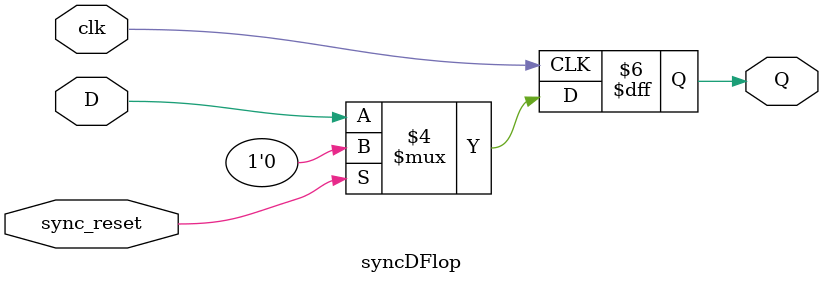
<source format=sv>
module syncReg4(
	input wire [3:0] D,
	input wire clk,
	input wire R,
	output wire [3:0] Q);

	syncDFlop df0 (D[0], clk, R, Q[0]);
	syncDFlop df1 (D[1], clk, R, Q[1]);
	syncDFlop df2 (D[2], clk, R, Q[2]);
	syncDFlop df3 (D[3], clk, R, Q[3]);
   
endmodule

module syncDFlop(
	input D,
	input clk, 
	input sync_reset,
	output reg Q);
	
	always @(posedge clk) 
	begin
 		if(sync_reset==1'b1)
  			Q <= 1'b0; 
 		else 
  			Q <= D; 
	end 

endmodule
</source>
